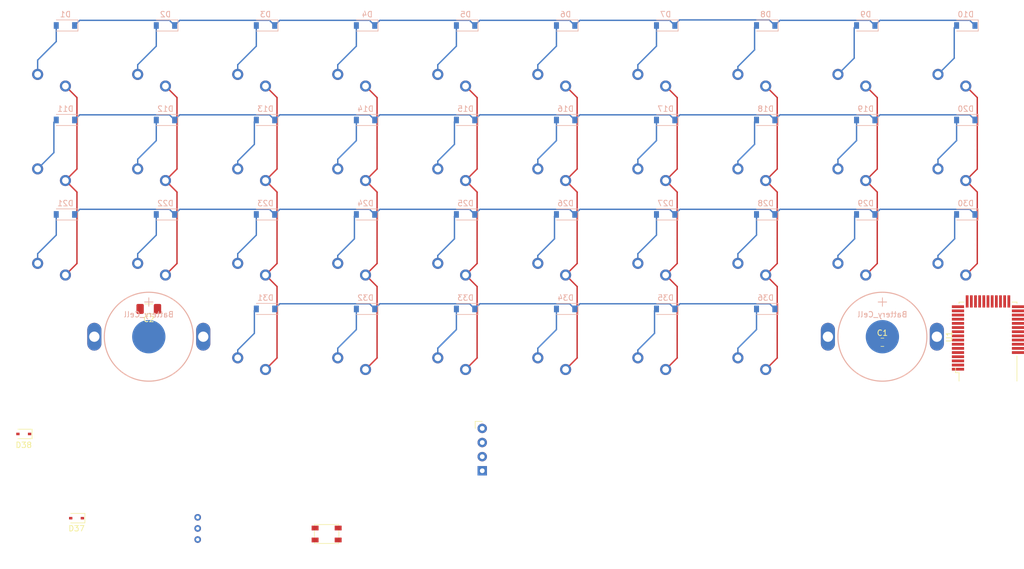
<source format=kicad_pcb>
(kicad_pcb (version 20211014) (generator pcbnew)
  (layers (0 "F.Cu" signal) (31 "B.Cu" signal) (34 "B.Paste" user) (35 "F.Paste" user) (36 "B.SilkS" user "B.Silkscreen") (37 "F.SilkS" user "F.Silkscreen") (38 "B.Mask" user) (39 "F.Mask" user) (44 "Edge.Cuts" user))
  (net 0 "")
  (net 1 "Net-(BT1-Pad1)")
  (net 2 "GND")
  (net 3 "Net-(BT2-Pad1)")
  (net 4 "VDD")
  (net 5 "Net-(C2-Pad1)")
  (net 6 "/row0")
  (net 7 "Net-(D1-Pad2)")
  (net 8 "Net-(D2-Pad2)")
  (net 9 "Net-(D3-Pad2)")
  (net 10 "Net-(D4-Pad2)")
  (net 11 "Net-(D5-Pad2)")
  (net 12 "Net-(D6-Pad2)")
  (net 13 "Net-(D7-Pad2)")
  (net 14 "Net-(D8-Pad2)")
  (net 15 "Net-(D9-Pad2)")
  (net 16 "Net-(D10-Pad2)")
  (net 17 "/row1")
  (net 18 "Net-(D11-Pad2)")
  (net 19 "Net-(D12-Pad2)")
  (net 20 "Net-(D13-Pad2)")
  (net 21 "Net-(D14-Pad2)")
  (net 22 "Net-(D15-Pad2)")
  (net 23 "Net-(D16-Pad2)")
  (net 24 "Net-(D17-Pad2)")
  (net 25 "Net-(D18-Pad2)")
  (net 26 "Net-(D19-Pad2)")
  (net 27 "Net-(D20-Pad2)")
  (net 28 "/row2")
  (net 29 "Net-(D21-Pad2)")
  (net 30 "Net-(D22-Pad2)")
  (net 31 "Net-(D23-Pad2)")
  (net 32 "Net-(D24-Pad2)")
  (net 33 "Net-(D25-Pad2)")
  (net 34 "Net-(D26-Pad2)")
  (net 35 "Net-(D27-Pad2)")
  (net 36 "Net-(D28-Pad2)")
  (net 37 "Net-(D29-Pad2)")
  (net 38 "Net-(D30-Pad2)")
  (net 39 "/row3")
  (net 40 "Net-(D31-Pad2)")
  (net 41 "Net-(D32-Pad2)")
  (net 42 "Net-(D33-Pad2)")
  (net 43 "Net-(D34-Pad2)")
  (net 44 "Net-(D35-Pad2)")
  (net 45 "Net-(D36-Pad2)")
  (net 46 "/SWDCLK")
  (net 47 "/SWDIO")
  (net 48 "/col0")
  (net 49 "/col1")
  (net 50 "/col2")
  (net 51 "/col3")
  (net 52 "/col4")
  (net 53 "/col5")
  (net 54 "/col6")
  (net 55 "/col7")
  (net 56 "/col8")
  (net 57 "/col9")
  (net 75 "Net-(SW37-Pad2)")
  (footprint "locallib:Kailh-PG1350-1u-NoLED-mod" (layer "F.Cu") (at 149 92.5)
    (fp_text reference "SW26")
    (fp_text value "SW_Push" hide)
  )
  (footprint "locallib:SW_SPST_ALPS-SKRP" (layer "F.Cu") (at 106 145)
    (fp_text reference "SW37")
    (fp_text value "SW_Push")
  )
  (footprint "locallib:Kailh-PG1350-1u-NoLED-mod" (layer "F.Cu") (at 131 92.5)
    (fp_text reference "SW25")
    (fp_text value "SW_Push" hide)
  )
  (footprint "Capacitor_SMD:C_1206_3216Metric_Pad1.33x1.80mm_HandSolder" (layer "F.Cu") (at 74 104.5 180)
    (fp_text reference "C2")
    (fp_text value "100uF")
  )
  (footprint "locallib:Kailh-PG1350-1u-NoLED-mod" (layer "F.Cu") (at 113 75.5)
    (fp_text reference "SW14")
    (fp_text value "SW_Push" hide)
  )
  (footprint "locallib:Kailh-PG1350-1u-NoLED-mod" (layer "F.Cu") (at 221 92.5)
    (fp_text reference "SW30")
    (fp_text value "SW_Push" hide)
  )
  (footprint "locallib:programming_port" (layer "F.Cu") (at 134 126)
    (fp_text reference "J1")
    (fp_text value "Conn_01x04_Female")
  )
  (footprint "locallib:Kailh-PG1350-1u-NoLED-mod" (layer "F.Cu") (at 59 75.5)
    (fp_text reference "SW11")
    (fp_text value "SW_Push" hide)
  )
  (footprint "locallib:Kailh-PG1350-1u-NoLED-mod" (layer "F.Cu") (at 167 109.5)
    (fp_text reference "SW35")
    (fp_text value "SW_Push" hide)
  )
  (footprint "locallib:Kailh-PG1350-1u-NoLED-mod" (layer "F.Cu") (at 185 109.5)
    (fp_text reference "SW36")
    (fp_text value "SW_Push" hide)
  )
  (footprint "locallib:Kailh-PG1350-1u-NoLED-mod" (layer "F.Cu") (at 77 92.5)
    (fp_text reference "SW22")
    (fp_text value "SW_Push" hide)
  )
  (footprint "locallib:Kailh-PG1350-1u-NoLED-mod" (layer "F.Cu") (at 77 58.5)
    (fp_text reference "SW2")
    (fp_text value "SW_Push" hide)
  )
  (footprint "locallib:Kailh-PG1350-1u-NoLED-mod" (layer "F.Cu") (at 59 58.5)
    (fp_text reference "SW1")
    (fp_text value "SW_Push" hide)
  )
  (footprint "locallib:Kailh-PG1350-1u-NoLED-mod" (layer "F.Cu") (at 167 58.5)
    (fp_text reference "SW7")
    (fp_text value "SW_Push" hide)
  )
  (footprint "locallib:Kailh-PG1350-1u-NoLED-mod" (layer "F.Cu") (at 131 109.5)
    (fp_text reference "SW33")
    (fp_text value "SW_Push" hide)
  )
  (footprint "locallib:Kailh-PG1350-1u-NoLED-mod" (layer "F.Cu") (at 113 109.5)
    (fp_text reference "SW32")
    (fp_text value "SW_Push" hide)
  )
  (footprint "locallib:Kailh-PG1350-1u-NoLED-mod" (layer "F.Cu") (at 221 75.5)
    (fp_text reference "SW20")
    (fp_text value "SW_Push" hide)
  )
  (footprint "locallib:Kailh-PG1350-1u-NoLED-mod" (layer "F.Cu") (at 167 92.5)
    (fp_text reference "SW27")
    (fp_text value "SW_Push" hide)
  )
  (footprint "locallib:Kailh-PG1350-1u-NoLED-mod" (layer "F.Cu") (at 149 75.5)
    (fp_text reference "SW16")
    (fp_text value "SW_Push" hide)
  )
  (footprint "locallib:Laird_BL652_LongPad" (layer "F.Cu") (at 225 109.5 90)
    (fp_text reference "U1")
    (fp_text value "BL652")
  )
  (footprint "locallib:Kailh-PG1350-1u-NoLED-mod" (layer "F.Cu") (at 203 75.5)
    (fp_text reference "SW19")
    (fp_text value "SW_Push" hide)
  )
  (footprint "locallib:Kailh-PG1350-1u-NoLED-mod" (layer "F.Cu") (at 149 109.5)
    (fp_text reference "SW34")
    (fp_text value "SW_Push" hide)
  )
  (footprint "locallib:Kailh-PG1350-1u-NoLED-mod" (layer "F.Cu") (at 95 58.5)
    (fp_text reference "SW3")
    (fp_text value "SW_Push" hide)
  )
  (footprint "locallib:Kailh-PG1350-1u-NoLED-mod" (layer "F.Cu") (at 167 75.5)
    (fp_text reference "SW17")
    (fp_text value "SW_Push" hide)
  )
  (footprint "locallib:Kailh-PG1350-1u-NoLED-mod" (layer "F.Cu") (at 131 75.5)
    (fp_text reference "SW15")
    (fp_text value "SW_Push" hide)
  )
  (footprint "locallib:Kailh-PG1350-1u-NoLED-mod" (layer "F.Cu") (at 203 92.5)
    (fp_text reference "SW29")
    (fp_text value "SW_Push" hide)
  )
  (footprint "locallib:Kailh-PG1350-1u-NoLED-mod" (layer "F.Cu") (at 149 58.5)
    (fp_text reference "SW6")
    (fp_text value "SW_Push" hide)
  )
  (footprint "locallib:Kailh-PG1350-1u-NoLED-mod" (layer "F.Cu") (at 95 92.5)
    (fp_text reference "SW23")
    (fp_text value "SW_Push" hide)
  )
  (footprint "locallib:Kailh-PG1350-1u-NoLED-mod" (layer "F.Cu") (at 95 75.5)
    (fp_text reference "SW13")
    (fp_text value "SW_Push" hide)
  )
  (footprint "locallib:Kailh-PG1350-1u-NoLED-mod" (layer "F.Cu") (at 185 92.5)
    (fp_text reference "SW28")
    (fp_text value "SW_Push" hide)
  )
  (footprint "locallib:Kailh-PG1350-1u-NoLED-mod" (layer "F.Cu") (at 113 92.5)
    (fp_text reference "SW24")
    (fp_text value "SW_Push" hide)
  )
  (footprint "Diode_SMD:D_SOD-323" (layer "F.Cu") (at 51.5 127 180)
    (fp_text reference "D38")
    (fp_text value "D_Schottky")
  )
  (footprint "locallib:slide_switch_vertical_01x03_pitch2mm" (layer "F.Cu") (at 82.8 142)
    (fp_text reference "SW38")
    (fp_text value "SW_SPDT")
  )
  (footprint "locallib:Kailh-PG1350-1u-NoLED-mod" (layer "F.Cu") (at 185 75.5)
    (fp_text reference "SW18")
    (fp_text value "SW_Push" hide)
  )
  (footprint "Diode_SMD:D_SOD-323" (layer "F.Cu") (at 61 142.15 180)
    (fp_text reference "D37")
    (fp_text value "D_Schottky")
  )
  (footprint "locallib:Kailh-PG1350-1u-NoLED-mod" (layer "F.Cu") (at 113 58.5)
    (fp_text reference "SW4")
    (fp_text value "SW_Push" hide)
  )
  (footprint "locallib:Kailh-PG1350-1u-NoLED-mod" (layer "F.Cu") (at 77 75.5)
    (fp_text reference "SW12")
    (fp_text value "SW_Push" hide)
  )
  (footprint "locallib:Kailh-PG1350-1u-NoLED-mod" (layer "F.Cu") (at 131 58.5)
    (fp_text reference "SW5")
    (fp_text value "SW_Push" hide)
  )
  (footprint "Capacitor_SMD:C_0805_2012Metric_Pad1.18x1.45mm_HandSolder" (layer "F.Cu") (at 206 110.5)
    (fp_text reference "C1")
    (fp_text value "0.1uF")
  )
  (footprint "locallib:Kailh-PG1350-1u-NoLED-mod" (layer "F.Cu") (at 203 58.5)
    (fp_text reference "SW9")
    (fp_text value "SW_Push" hide)
  )
  (footprint "locallib:Kailh-PG1350-1u-NoLED-mod" (layer "F.Cu") (at 185 58.5)
    (fp_text reference "SW8")
    (fp_text value "SW_Push" hide)
  )
  (footprint "locallib:Kailh-PG1350-1u-NoLED-mod" (layer "F.Cu") (at 59 92.5)
    (fp_text reference "SW21")
    (fp_text value "SW_Push" hide)
  )
  (footprint "locallib:Kailh-PG1350-1u-NoLED-mod" (layer "F.Cu") (at 95 109.5)
    (fp_text reference "SW31")
    (fp_text value "SW_Push" hide)
  )
  (footprint "locallib:Kailh-PG1350-1u-NoLED-mod" (layer "F.Cu") (at 221 58.5)
    (fp_text reference "SW10")
    (fp_text value "SW_Push" hide)
  )
  (footprint "Diode_SMD:D_SOD-123" (layer "B.Cu") (at 77 70.5 180)
    (fp_text reference "D12")
    (fp_text value "1N4148W")
  )
  (footprint "Diode_SMD:D_SOD-123" (layer "B.Cu") (at 167 87.5 180)
    (fp_text reference "D27")
    (fp_text value "1N4148W")
  )
  (footprint "Diode_SMD:D_SOD-123" (layer "B.Cu") (at 59 53.5 180)
    (fp_text reference "D1")
    (fp_text value "1N4148W")
  )
  (footprint "Diode_SMD:D_SOD-123" (layer "B.Cu") (at 149 53.5 180)
    (fp_text reference "D6")
    (fp_text value "1N4148W")
  )
  (footprint "Diode_SMD:D_SOD-123" (layer "B.Cu") (at 95 87.5 180)
    (fp_text reference "D23")
    (fp_text value "1N4148W")
  )
  (footprint "Diode_SMD:D_SOD-123" (layer "B.Cu") (at 203 87.5 180)
    (fp_text reference "D29")
    (fp_text value "1N4148W")
  )
  (footprint "Diode_SMD:D_SOD-123" (layer "B.Cu") (at 149 104.5 180)
    (fp_text reference "D34")
    (fp_text value "1N4148W")
  )
  (footprint "Diode_SMD:D_SOD-123" (layer "B.Cu") (at 149 70.5 180)
    (fp_text reference "D16")
    (fp_text value "1N4148W")
  )
  (footprint "Diode_SMD:D_SOD-123" (layer "B.Cu") (at 185 53.5 180)
    (fp_text reference "D8")
    (fp_text value "1N4148W")
  )
  (footprint "Diode_SMD:D_SOD-123" (layer "B.Cu") (at 185 87.5 180)
    (fp_text reference "D28")
    (fp_text value "1N4148W")
  )
  (footprint "Diode_SMD:D_SOD-123" (layer "B.Cu") (at 167 53.5 180)
    (fp_text reference "D7")
    (fp_text value "1N4148W")
  )
  (footprint "Diode_SMD:D_SOD-123" (layer "B.Cu") (at 167 104.5 180)
    (fp_text reference "D35")
    (fp_text value "1N4148W")
  )
  (footprint "Diode_SMD:D_SOD-123" (layer "B.Cu") (at 131 104.5 180)
    (fp_text reference "D33")
    (fp_text value "1N4148W")
  )
  (footprint "Diode_SMD:D_SOD-123" (layer "B.Cu") (at 185 104.5 180)
    (fp_text reference "D36")
    (fp_text value "1N4148W")
  )
  (footprint "locallib:CR1632-case" (layer "B.Cu") (at 74 109.5 180)
    (fp_text reference "BT1")
    (fp_text value "Battery_Cell")
  )
  (footprint "Diode_SMD:D_SOD-123" (layer "B.Cu") (at 77 53.5 180)
    (fp_text reference "D2")
    (fp_text value "1N4148W")
  )
  (footprint "Diode_SMD:D_SOD-123" (layer "B.Cu") (at 185 70.5 180)
    (fp_text reference "D18")
    (fp_text value "1N4148W")
  )
  (footprint "Diode_SMD:D_SOD-123" (layer "B.Cu") (at 95 104.5 180)
    (fp_text reference "D31")
    (fp_text value "1N4148W")
  )
  (footprint "Diode_SMD:D_SOD-123" (layer "B.Cu") (at 113 87.5 180)
    (fp_text reference "D24")
    (fp_text value "1N4148W")
  )
  (footprint "Diode_SMD:D_SOD-123" (layer "B.Cu") (at 113 53.5 180)
    (fp_text reference "D4")
    (fp_text value "1N4148W")
  )
  (footprint "Diode_SMD:D_SOD-123" (layer "B.Cu") (at 95 70.5 180)
    (fp_text reference "D13")
    (fp_text value "1N4148W")
  )
  (footprint "Diode_SMD:D_SOD-123" (layer "B.Cu") (at 95 53.5 180)
    (fp_text reference "D3")
    (fp_text value "1N4148W")
  )
  (footprint "Diode_SMD:D_SOD-123" (layer "B.Cu") (at 77 87.5 180)
    (fp_text reference "D22")
    (fp_text value "1N4148W")
  )
  (footprint "Diode_SMD:D_SOD-123" (layer "B.Cu") (at 149 87.5 180)
    (fp_text reference "D26")
    (fp_text value "1N4148W")
  )
  (footprint "Diode_SMD:D_SOD-123" (layer "B.Cu") (at 59 87.5 180)
    (fp_text reference "D21")
    (fp_text value "1N4148W")
  )
  (footprint "Diode_SMD:D_SOD-123" (layer "B.Cu") (at 131 53.5 180)
    (fp_text reference "D5")
    (fp_text value "1N4148W")
  )
  (footprint "Diode_SMD:D_SOD-123" (layer "B.Cu") (at 167 70.5 180)
    (fp_text reference "D17")
    (fp_text value "1N4148W")
  )
  (footprint "locallib:CR1632-case" (layer "B.Cu") (at 206 109.5 180)
    (fp_text reference "BT2")
    (fp_text value "Battery_Cell")
  )
  (footprint "Diode_SMD:D_SOD-123" (layer "B.Cu") (at 221 53.5 180)
    (fp_text reference "D10")
    (fp_text value "1N4148W")
  )
  (footprint "Diode_SMD:D_SOD-123" (layer "B.Cu") (at 131 87.5 180)
    (fp_text reference "D25")
    (fp_text value "1N4148W")
  )
  (footprint "Diode_SMD:D_SOD-123" (layer "B.Cu") (at 203 53.5 180)
    (fp_text reference "D9")
    (fp_text value "1N4148W")
  )
  (footprint "Diode_SMD:D_SOD-123" (layer "B.Cu") (at 221 87.5 180)
    (fp_text reference "D30")
    (fp_text value "1N4148W")
  )
  (footprint "Diode_SMD:D_SOD-123" (layer "B.Cu") (at 131 70.5 180)
    (fp_text reference "D15")
    (fp_text value "1N4148W")
  )
  (footprint "Diode_SMD:D_SOD-123" (layer "B.Cu") (at 203 70.5 180)
    (fp_text reference "D19")
    (fp_text value "1N4148W")
  )
  (footprint "Diode_SMD:D_SOD-123" (layer "B.Cu") (at 59 70.5 180)
    (fp_text reference "D11")
    (fp_text value "1N4148W")
  )
  (footprint "Diode_SMD:D_SOD-123" (layer "B.Cu") (at 113 70.5 180)
    (fp_text reference "D14")
    (fp_text value "1N4148W")
  )
  (footprint "Diode_SMD:D_SOD-123" (layer "B.Cu") (at 221 70.5 180)
    (fp_text reference "D20")
    (fp_text value "1N4148W")
  )
  (footprint "Diode_SMD:D_SOD-123" (layer "B.Cu") (at 113 104.5 180)
    (fp_text reference "D32")
    (fp_text value "1N4148W")
  )
  (segment (start 61.574511 52.575489) (end 77.725489 52.575489) (width 0.25) (layer "B.Cu") (net 6))
  (segment (start 131.725489 52.575489) (end 132.65 53.5) (width 0.25) (layer "B.Cu") (net 6))
  (segment (start 115.574511 52.575489) (end 131.725489 52.575489) (width 0.25) (layer "B.Cu") (net 6))
  (segment (start 150.65 53.5) (end 151.574511 52.575489) (width 0.25) (layer "B.Cu") (net 6))
  (segment (start 186.65 53.5) (end 187.574511 52.575489) (width 0.25) (layer "B.Cu") (net 6))
  (segment (start 113.725489 52.575489) (end 114.65 53.5) (width 0.25) (layer "B.Cu") (net 6))
  (segment (start 187.574511 52.575489) (end 203.725489 52.575489) (width 0.25) (layer "B.Cu") (net 6))
  (segment (start 169.5 52.5) (end 185.65 52.5) (width 0.25) (layer "B.Cu") (net 6))
  (segment (start 97.574511 52.575489) (end 113.725489 52.575489) (width 0.25) (layer "B.Cu") (net 6))
  (segment (start 78.65 53.5) (end 79.574511 52.575489) (width 0.25) (layer "B.Cu") (net 6))
  (segment (start 149.725489 52.575489) (end 150.65 53.5) (width 0.25) (layer "B.Cu") (net 6))
  (segment (start 205.574511 52.575489) (end 221.725489 52.575489) (width 0.25) (layer "B.Cu") (net 6))
  (segment (start 168.65 53.35) (end 169.5 52.5) (width 0.25) (layer "B.Cu") (net 6))
  (segment (start 77.725489 52.575489) (end 78.65 53.5) (width 0.25) (layer "B.Cu") (net 6))
  (segment (start 96.65 53.5) (end 97.574511 52.575489) (width 0.25) (layer "B.Cu") (net 6))
  (segment (start 60.65 53.5) (end 61.574511 52.575489) (width 0.25) (layer "B.Cu") (net 6))
  (segment (start 151.574511 52.575489) (end 167.725489 52.575489) (width 0.25) (layer "B.Cu") (net 6))
  (segment (start 114.65 53.5) (end 115.574511 52.575489) (width 0.25) (layer "B.Cu") (net 6))
  (segment (start 167.725489 52.575489) (end 168.65 53.5) (width 0.25) (layer "B.Cu") (net 6))
  (segment (start 168.65 53.5) (end 168.65 53.35) (width 0.25) (layer "B.Cu") (net 6))
  (segment (start 203.725489 52.575489) (end 204.65 53.5) (width 0.25) (layer "B.Cu") (net 6))
  (segment (start 204.65 53.5) (end 205.574511 52.575489) (width 0.25) (layer "B.Cu") (net 6))
  (segment (start 185.65 52.5) (end 186.65 53.5) (width 0.25) (layer "B.Cu") (net 6))
  (segment (start 95.725489 52.575489) (end 96.65 53.5) (width 0.25) (layer "B.Cu") (net 6))
  (segment (start 79.574511 52.575489) (end 95.725489 52.575489) (width 0.25) (layer "B.Cu") (net 6))
  (segment (start 132.65 53.5) (end 133.574511 52.575489) (width 0.25) (layer "B.Cu") (net 6))
  (segment (start 133.574511 52.575489) (end 149.725489 52.575489) (width 0.25) (layer "B.Cu") (net 6))
  (segment (start 221.725489 52.575489) (end 222.65 53.5) (width 0.25) (layer "B.Cu") (net 6))
  (segment (start 57.35 56.381735) (end 54 59.731735) (width 0.25) (layer "B.Cu") (net 7))
  (segment (start 54 59.731735) (end 54 62.3) (width 0.25) (layer "B.Cu") (net 7))
  (segment (start 57.35 53.5) (end 57.35 56.381735) (width 0.25) (layer "B.Cu") (net 7))
  (segment (start 72 62.3) (end 72 60.566183) (width 0.25) (layer "B.Cu") (net 8))
  (segment (start 75.35 57.216183) (end 75.35 53.5) (width 0.25) (layer "B.Cu") (net 8))
  (segment (start 72 60.566183) (end 75.35 57.216183) (width 0.25) (layer "B.Cu") (net 8))
  (segment (start 90 62.3) (end 90 60.566183) (width 0.25) (layer "B.Cu") (net 9))
  (segment (start 93.35 57.216183) (end 93.35 53.5) (width 0.25) (layer "B.Cu") (net 9))
  (segment (start 90 60.566183) (end 93.35 57.216183) (width 0.25) (layer "B.Cu") (net 9))
  (segment (start 108 62.3) (end 108 60.566183) (width 0.25) (layer "B.Cu") (net 10))
  (segment (start 108 60.566183) (end 111.35 57.216183) (width 0.25) (layer "B.Cu") (net 10))
  (segment (start 111.35 57.216183) (end 111.35 53.5) (width 0.25) (layer "B.Cu") (net 10))
  (segment (start 126 62.3) (end 126 60.566183) (width 0.25) (layer "B.Cu") (net 11))
  (segment (start 129.35 57.216183) (end 129.35 53.5) (width 0.25) (layer "B.Cu") (net 11))
  (segment (start 126 60.566183) (end 129.35 57.216183) (width 0.25) (layer "B.Cu") (net 11))
  (segment (start 144 60.566183) (end 147.35 57.216183) (width 0.25) (layer "B.Cu") (net 12))
  (segment (start 144 62.3) (end 144 60.566183) (width 0.25) (layer "B.Cu") (net 12))
  (segment (start 147.35 57.216183) (end 147.35 53.5) (width 0.25) (layer "B.Cu") (net 12))
  (segment (start 165.35 57.216183) (end 165.35 53.5) (width 0.25) (layer "B.Cu") (net 13))
  (segment (start 162 60.566183) (end 165.35 57.216183) (width 0.25) (layer "B.Cu") (net 13))
  (segment (start 162 62.3) (end 162 60.566183) (width 0.25) (layer "B.Cu") (net 13))
  (segment (start 183 57.885787) (end 183 53.85) (width 0.25) (layer "B.Cu") (net 14))
  (segment (start 180 62.3) (end 180 60.885787) (width 0.25) (layer "B.Cu") (net 14))
  (segment (start 180 60.885787) (end 183 57.885787) (width 0.25) (layer "B.Cu") (net 14))
  (segment (start 183 53.85) (end 183.35 53.5) (width 0.25) (layer "B.Cu") (net 14))
  (segment (start 200.925479 53.924521) (end 200.925479 59.374521) (width 0.25) (layer "B.Cu") (net 15))
  (segment (start 201.35 53.5) (end 200.925479 53.924521) (width 0.25) (layer "B.Cu") (net 15))
  (segment (start 200.925479 59.374521) (end 198 62.3) (width 0.25) (layer "B.Cu") (net 15))
  (segment (start 218.925479 53.924521) (end 218.925479 59.374521) (width 0.25) (layer "B.Cu") (net 16))
  (segment (start 219.35 53.5) (end 218.925479 53.924521) (width 0.25) (layer "B.Cu") (net 16))
  (segment (start 218.925479 59.374521) (end 216 62.3) (width 0.25) (layer "B.Cu") (net 16))
  (segment (start 60.65 70.5) (end 61.574511 69.575489) (width 0.25) (layer "B.Cu") (net 17))
  (segment (start 113.725489 69.575489) (end 114.65 70.5) (width 0.25) (layer "B.Cu") (net 17))
  (segment (start 78.65 70.5) (end 79.574511 69.575489) (width 0.25) (layer "B.Cu") (net 17))
  (segment (start 169.574511 69.575489) (end 185.725489 69.575489) (width 0.25) (layer "B.Cu") (net 17))
  (segment (start 132.65 70.5) (end 133.574511 69.575489) (width 0.25) (layer "B.Cu") (net 17))
  (segment (start 185.725489 69.575489) (end 186.65 70.5) (width 0.25) (layer "B.Cu") (net 17))
  (segment (start 131.725489 69.575489) (end 132.65 70.5) (width 0.25) (layer "B.Cu") (net 17))
  (segment (start 221.725489 69.575489) (end 222.65 70.5) (width 0.25) (layer "B.Cu") (net 17))
  (segment (start 95.725489 69.575489) (end 96.65 70.5) (width 0.25) (layer "B.Cu") (net 17))
  (segment (start 149.725489 69.575489) (end 150.65 70.5) (width 0.25) (layer "B.Cu") (net 17))
  (segment (start 167.725489 69.575489) (end 151.574511 69.575489) (width 0.25) (layer "B.Cu") (net 17))
  (segment (start 168.65 70.5) (end 167.725489 69.575489) (width 0.25) (layer "B.Cu") (net 17))
  (segment (start 96.65 70.5) (end 97.574511 69.575489) (width 0.25) (layer "B.Cu") (net 17))
  (segment (start 133.574511 69.575489) (end 149.725489 69.575489) (width 0.25) (layer "B.Cu") (net 17))
  (segment (start 186.65 70.5) (end 187.574511 69.575489) (width 0.25) (layer "B.Cu") (net 17))
  (segment (start 97.574511 69.575489) (end 113.725489 69.575489) (width 0.25) (layer "B.Cu") (net 17))
  (segment (start 203.725489 69.575489) (end 204.65 70.5) (width 0.25) (layer "B.Cu") (net 17))
  (segment (start 204.65 70.5) (end 205.574511 69.575489) (width 0.25) (layer "B.Cu") (net 17))
  (segment (start 115.574511 69.575489) (end 131.725489 69.575489) (width 0.25) (layer "B.Cu") (net 17))
  (segment (start 114.65 70.5) (end 115.574511 69.575489) (width 0.25) (layer "B.Cu") (net 17))
  (segment (start 77.725489 69.575489) (end 78.65 70.5) (width 0.25) (layer "B.Cu") (net 17))
  (segment (start 187.574511 69.575489) (end 203.725489 69.575489) (width 0.25) (layer "B.Cu") (net 17))
  (segment (start 79.574511 69.575489) (end 95.725489 69.575489) (width 0.25) (layer "B.Cu") (net 17))
  (segment (start 168.65 70.5) (end 169.574511 69.575489) (width 0.25) (layer "B.Cu") (net 17))
  (segment (start 150.65 70.5) (end 151.574511 69.575489) (width 0.25) (layer "B.Cu") (net 17))
  (segment (start 205.574511 69.575489) (end 221.725489 69.575489) (width 0.25) (layer "B.Cu") (net 17))
  (segment (start 61.574511 69.575489) (end 77.725489 69.575489) (width 0.25) (layer "B.Cu") (net 17))
  (segment (start 56.925479 76.374521) (end 54 79.3) (width 0.25) (layer "B.Cu") (net 18))
  (segment (start 56.925479 70.924521) (end 56.925479 76.374521) (width 0.25) (layer "B.Cu") (net 18))
  (segment (start 57.35 70.5) (end 56.925479 70.924521) (width 0.25) (layer "B.Cu") (net 18))
  (segment (start 75.35 74.216183) (end 75.35 70.5) (width 0.25) (layer "B.Cu") (net 19))
  (segment (start 72 77.566183) (end 75.35 74.216183) (width 0.25) (layer "B.Cu") (net 19))
  (segment (start 72 79.3) (end 72 77.566183) (width 0.25) (layer "B.Cu") (net 19))
  (segment (start 93 74.885787) (end 93 70.85) (width 0.25) (layer "B.Cu") (net 20))
  (segment (start 93 70.85) (end 93.35 70.5) (width 0.25) (layer "B.Cu") (net 20))
  (segment (start 90 77.885787) (end 93 74.885787) (width 0.25) (layer "B.Cu") (net 20))
  (segment (start 90 79.3) (end 90 77.885787) (width 0.25) (layer "B.Cu") (net 20))
  (segment (start 108 79.3) (end 108 77.566183) (width 0.25) (layer "B.Cu") (net 21))
  (segment (start 111.35 74.216183) (end 111.35 70.5) (width 0.25) (layer "B.Cu") (net 21))
  (segment (start 108 77.566183) (end 111.35 74.216183) (width 0.25) (layer "B.Cu") (net 21))
  (segment (start 126 77.885787) (end 129 74.885787) (width 0.25) (layer "B.Cu") (net 22))
  (segment (start 126 79.3) (end 126 77.885787) (width 0.25) (layer "B.Cu") (net 22))
  (segment (start 129 70.85) (end 129.35 70.5) (width 0.25) (layer "B.Cu") (net 22))
  (segment (start 129 74.885787) (end 129 70.85) (width 0.25) (layer "B.Cu") (net 22))
  (segment (start 144 77.566183) (end 147.35 74.216183) (width 0.25) (layer "B.Cu") (net 23))
  (segment (start 144 79.3) (end 144 77.566183) (width 0.25) (layer "B.Cu") (net 23))
  (segment (start 147.35 74.216183) (end 147.35 70.5) (width 0.25) (layer "B.Cu") (net 23))
  (segment (start 162 79.3) (end 162 77.566183) (width 0.25) (layer "B.Cu") (net 24))
  (segment (start 165.35 74.216183) (end 165.35 70.5) (width 0.25) (layer "B.Cu") (net 24))
  (segment (start 162 77.566183) (end 165.35 74.216183) (width 0.25) (layer "B.Cu") (net 24))
  (segment (start 183 70.85) (end 183.35 70.5) (width 0.25) (layer "B.Cu") (net 25))
  (segment (start 180 77.885787) (end 183 74.885787) (width 0.25) (layer "B.Cu") (net 25))
  (segment (start 183 74.885787) (end 183 70.85) (width 0.25) (layer "B.Cu") (net 25))
  (segment (start 180 79.3) (end 180 77.885787) (width 0.25) (layer "B.Cu") (net 25))
  (segment (start 201.35 74.216183) (end 201.35 70.5) (width 0.25) (layer "B.Cu") (net 26))
  (segment (start 198 79.3) (end 198 77.566183) (width 0.25) (layer "B.Cu") (net 26))
  (segment (start 198 77.566183) (end 201.35 74.216183) (width 0.25) (layer "B.Cu") (net 26))
  (segment (start 219.35 74.216183) (end 219.35 70.5) (width 0.25) (layer "B.Cu") (net 27))
  (segment (start 216 77.566183) (end 219.35 74.216183) (width 0.25) (layer "B.Cu") (net 27))
  (segment (start 216 79.3) (end 216 77.566183) (width 0.25) (layer "B.Cu") (net 27))
  (segment (start 186.65 87.5) (end 185.725489 86.575489) (width 0.25) (layer "B.Cu") (net 28))
  (segment (start 151.574511 86.575489) (end 150.65 87.5) (width 0.25) (layer "B.Cu") (net 28))
  (segment (start 132.65 87.5) (end 131.725489 86.575489) (width 0.25) (layer "B.Cu") (net 28))
  (segment (start 77.725489 86.575489) (end 61.574511 86.575489) (width 0.25) (layer "B.Cu") (net 28))
  (segment (start 169.574511 86.575489) (end 168.65 87.5) (width 0.25) (layer "B.Cu") (net 28))
  (segment (start 96.65 87.5) (end 95.725489 86.575489) (width 0.25) (layer "B.Cu") (net 28))
  (segment (start 149.725489 86.575489) (end 133.574511 86.575489) (width 0.25) (layer "B.Cu") (net 28))
  (segment (start 97.574511 86.575489) (end 96.65 87.5) (width 0.25) (layer "B.Cu") (net 28))
  (segment (start 79.574511 86.575489) (end 78.65 87.5) (width 0.25) (layer "B.Cu") (net 28))
  (segment (start 204.65 87.5) (end 203.725489 86.575489) (width 0.25) (layer "B.Cu") (net 28))
  (segment (start 114.65 87.5) (end 113.725489 86.575489) (width 0.25) (layer "B.Cu") (net 28))
  (segment (start 203.725489 86.575489) (end 187.574511 86.575489) (width 0.25) (layer "B.Cu") (net 28))
  (segment (start 115.574511 86.575489) (end 114.65 87.5) (width 0.25) (layer "B.Cu") (net 28))
  (segment (start 185.725489 86.575489) (end 169.574511 86.575489) (width 0.25) (layer "B.Cu") (net 28))
  (segment (start 167.725489 86.575489) (end 151.574511 86.575489) (width 0.25) (layer "B.Cu") (net 28))
  (segment (start 187.574511 86.575489) (end 186.65 87.5) (width 0.25) (layer "B.Cu") (net 28))
  (segment (start 131.725489 86.575489) (end 115.574511 86.575489) (width 0.25) (layer "B.Cu") (net 28))
  (segment (start 205.574511 86.575489) (end 204.65 87.5) (width 0.25) (layer "B.Cu") (net 28))
  (segment (start 168.65 87.5) (end 167.725489 86.575489) (width 0.25) (layer "B.Cu") (net 28))
  (segment (start 78.65 87.5) (end 77.725489 86.575489) (width 0.25) (layer "B.Cu") (net 28))
  (segment (start 113.725489 86.575489) (end 97.574511 86.575489) (width 0.25) (layer "B.Cu") (net 28))
  (segment (start 150.65 87.5) (end 149.725489 86.575489) (width 0.25) (layer "B.Cu") (net 28))
  (segment (start 95.725489 86.575489) (end 79.574511 86.575489) (width 0.25) (layer "B.Cu") (net 28))
  (segment (start 133.574511 86.575489) (end 132.65 87.5) (width 0.25) (layer "B.Cu") (net 28))
  (segment (start 221.725489 86.575489) (end 205.574511 86.575489) (width 0.25) (layer "B.Cu") (net 28))
  (segment (start 222.65 87.5) (end 221.725489 86.575489) (width 0.25) (layer "B.Cu") (net 28))
  (segment (start 61.574511 86.575489) (end 60.65 87.5) (width 0.25) (layer "B.Cu") (net 28))
  (segment (start 57.35 91.216183) (end 57.35 87.5) (width 0.25) (layer "B.Cu") (net 29))
  (segment (start 54 96.3) (end 54 94.566183) (width 0.25) (layer "B.Cu") (net 29))
  (segment (start 54 94.566183) (end 57.35 91.216183) (width 0.25) (layer "B.Cu") (net 29))
  (segment (start 72 96.3) (end 72 94.566183) (width 0.25) (layer "B.Cu") (net 30))
  (segment (start 72 94.566183) (end 75.35 91.216183) (width 0.25) (layer "B.Cu") (net 30))
  (segment (start 75.35 91.216183) (end 75.35 87.5) (width 0.25) (layer "B.Cu") (net 30))
  (segment (start 90 94.566183) (end 93.35 91.216183) (width 0.25) (layer "B.Cu") (net 31))
  (segment (start 93.35 91.216183) (end 93.35 87.5) (width 0.25) (layer "B.Cu") (net 31))
  (segment (start 90 96.3) (end 90 94.566183) (width 0.25) (layer "B.Cu") (net 31))
  (segment (start 108 94.885787) (end 111 91.885787) (width 0.25) (layer "B.Cu") (net 32))
  (segment (start 108 96.3) (end 108 94.885787) (width 0.25) (layer "B.Cu") (net 32))
  (segment (start 111 91.885787) (end 111 87.85) (width 0.25) (layer "B.Cu") (net 32))
  (segment (start 111 87.85) (end 111.35 87.5) (width 0.25) (layer "B.Cu") (net 32))
  (segment (start 129 87.85) (end 129.35 87.5) (width 0.25) (layer "B.Cu") (net 33))
  (segment (start 129 91.885787) (end 129 87.85) (width 0.25) (layer "B.Cu") (net 33))
  (segment (start 126 94.885787) (end 129 91.885787) (width 0.25) (layer "B.Cu") (net 33))
  (segment (start 126 96.3) (end 126 94.885787) (width 0.25) (layer "B.Cu") (net 33))
  (segment (start 147 87.85) (end 147.35 87.5) (width 0.25) (layer "B.Cu") (net 34))
  (segment (start 147 91.885787) (end 147 87.85) (width 0.25) (layer "B.Cu") (net 34))
  (segment (start 144 96.3) (end 144 94.885787) (width 0.25) (layer "B.Cu") (net 34))
  (segment (start 144 94.885787) (end 147 91.885787) (width 0.25) (layer "B.Cu") (net 34))
  (segment (start 165.35 91.216183) (end 165.35 87.5) (width 0.25) (layer "B.Cu") (net 35))
  (segment (start 162 96.3) (end 162 94.566183) (width 0.25) (layer "B.Cu") (net 35))
  (segment (start 162 94.566183) (end 165.35 91.216183) (width 0.25) (layer "B.Cu") (net 35))
  (segment (start 180 96.3) (end 180 94.566183) (width 0.25) (layer "B.Cu") (net 36))
  (segment (start 180 94.566183) (end 183.35 91.216183) (width 0.25) (layer "B.Cu") (net 36))
  (segment (start 183.35 91.216183) (end 183.35 87.5) (width 0.25) (layer "B.Cu") (net 36))
  (segment (start 201 91.885787) (end 201 87.85) (width 0.25) (layer "B.Cu") (net 37))
  (segment (start 198 96.3) (end 198 94.885787) (width 0.25) (layer "B.Cu") (net 37))
  (segment (start 198 94.885787) (end 201 91.885787) (width 0.25) (layer "B.Cu") (net 37))
  (segment (start 201 87.85) (end 201.35 87.5) (width 0.25) (layer "B.Cu") (net 37))
  (segment (start 216 94.885787) (end 219 91.885787) (width 0.25) (layer "B.Cu") (net 38))
  (segment (start 219 91.885787) (end 219 87.85) (width 0.25) (layer "B.Cu") (net 38))
  (segment (start 219 87.85) (end 219.35 87.5) (width 0.25) (layer "B.Cu") (net 38))
  (segment (start 216 96.3) (end 216 94.885787) (width 0.25) (layer "B.Cu") (net 38))
  (segment (start 167.725489 103.575489) (end 168.65 104.5) (width 0.25) (layer "B.Cu") (net 39))
  (segment (start 132.65 104.5) (end 133.574511 103.575489) (width 0.25) (layer "B.Cu") (net 39))
  (segment (start 133.574511 103.575489) (end 149.725489 103.575489) (width 0.25) (layer "B.Cu") (net 39))
  (segment (start 114.65 104.5) (end 115.574511 103.575489) (width 0.25) (layer "B.Cu") (net 39))
  (segment (start 96.65 104.5) (end 97.574511 103.575489) (width 0.25) (layer "B.Cu") (net 39))
  (segment (start 169.574511 103.575489) (end 168.65 104.5) (width 0.25) (layer "B.Cu") (net 39))
  (segment (start 151.574511 103.575489) (end 167.725489 103.575489) (width 0.25) (layer "B.Cu") (net 39))
  (segment (start 115.574511 103.575489) (end 131.725489 103.575489) (width 0.25) (layer "B.Cu") (net 39))
  (segment (start 150.65 104.5) (end 151.574511 103.575489) (width 0.25) (layer "B.Cu") (net 39))
  (segment (start 185.725489 103.575489) (end 169.574511 103.575489) (width 0.25) (layer "B.Cu") (net 39))
  (segment (start 97.574511 103.575489) (end 113.725489 103.575489) (width 0.25) (layer "B.Cu") (net 39))
  (segment (start 186.65 104.5) (end 185.725489 103.575489) (width 0.25) (layer "B.Cu") (net 39))
  (segment (start 149.725489 103.575489) (end 150.65 104.5) (width 0.25) (layer "B.Cu") (net 39))
  (segment (start 113.725489 103.575489) (end 114.65 104.5) (width 0.25) (layer "B.Cu") (net 39))
  (segment (start 131.725489 103.575489) (end 132.65 104.5) (width 0.25) (layer "B.Cu") (net 39))
  (segment (start 90 111.885787) (end 93 108.885787) (width 0.25) (layer "B.Cu") (net 40))
  (segment (start 93 104.85) (end 93.35 104.5) (width 0.25) (layer "B.Cu") (net 40))
  (segment (start 90 113.3) (end 90 111.885787) (width 0.25) (layer "B.Cu") (net 40))
  (segment (start 93 108.885787) (end 93 104.85) (width 0.25) (layer "B.Cu") (net 40))
  (segment (start 108 111.566183) (end 111.35 108.216183) (width 0.25) (layer "B.Cu") (net 41))
  (segment (start 111.35 108.216183) (end 111.35 104.5) (width 0.25) (layer "B.Cu") (net 41))
  (segment (start 108 113.3) (end 108 111.566183) (width 0.25) (layer "B.Cu") (net 41))
  (segment (start 126 111.566183) (end 129.35 108.216183) (width 0.25) (layer "B.Cu") (net 42))
  (segment (start 129.35 108.216183) (end 129.35 104.5) (width 0.25) (layer "B.Cu") (net 42))
  (segment (start 126 113.3) (end 126 111.566183) (width 0.25) (layer "B.Cu") (net 42))
  (segment (start 126 111.566183) (end 129 108.566183) (width 0.25) (layer "B.Cu") (net 42))
  (segment (start 144 113.3) (end 144 111.566183) (width 0.25) (layer "B.Cu") (net 43))
  (segment (start 147.35 108.216183) (end 147.35 104.5) (width 0.25) (layer "B.Cu") (net 43))
  (segment (start 144 111.566183) (end 147.35 108.216183) (width 0.25) (layer "B.Cu") (net 43))
  (segment (start 162 111.885787) (end 165 108.885787) (width 0.25) (layer "B.Cu") (net 44))
  (segment (start 165 104.85) (end 165.35 104.5) (width 0.25) (layer "B.Cu") (net 44))
  (segment (start 165 108.885787) (end 165 104.85) (width 0.25) (layer "B.Cu") (net 44))
  (segment (start 162 113.3) (end 162 111.885787) (width 0.25) (layer "B.Cu") (net 44))
  (segment (start 183.35 108.216183) (end 180 111.566183) (width 0.25) (layer "B.Cu") (net 45))
  (segment (start 180 111.566183) (end 180 113.3) (width 0.25) (layer "B.Cu") (net 45))
  (segment (start 183.35 104.5) (end 183.35 108.216183) (width 0.25) (layer "B.Cu") (net 45))
  (segment (start 61.074521 66.474521) (end 61.074521 79.325479) (width 0.25) (layer "F.Cu") (net 48))
  (segment (start 59 64.4) (end 61.074521 66.474521) (width 0.25) (layer "F.Cu") (net 48))
  (segment (start 61.074521 96.325479) (end 59 98.4) (width 0.25) (layer "F.Cu") (net 48))
  (segment (start 61.074521 83.474521) (end 61.074521 96.325479) (width 0.25) (layer "F.Cu") (net 48))
  (segment (start 59 81.4) (end 61.074521 83.474521) (width 0.25) (layer "F.Cu") (net 48))
  (segment (start 61.074521 79.325479) (end 59 81.4) (width 0.25) (layer "F.Cu") (net 48))
  (segment (start 79.074521 83.474521) (end 79.074521 96.325479) (width 0.25) (layer "F.Cu") (net 49))
  (segment (start 77 64.4) (end 79.074521 66.474521) (width 0.25) (layer "F.Cu") (net 49))
  (segment (start 79.074521 79.325479) (end 77 81.4) (width 0.25) (layer "F.Cu") (net 49))
  (segment (start 79.074521 66.474521) (end 79.074521 79.325479) (width 0.25) (layer "F.Cu") (net 49))
  (segment (start 77 81.4) (end 79.074521 83.474521) (width 0.25) (layer "F.Cu") (net 49))
  (segment (start 79.074521 96.325479) (end 77 98.4) (width 0.25) (layer "F.Cu") (net 49))
  (segment (start 97.074521 96.325479) (end 95 98.4) (width 0.25) (layer "F.Cu") (net 50))
  (segment (start 95 98.4) (end 97.074521 100.474521) (width 0.25) (layer "F.Cu") (net 50))
  (segment (start 97.074521 83.474521) (end 97.074521 96.325479) (width 0.25) (layer "F.Cu") (net 50))
  (segment (start 97.074521 79.325479) (end 95 81.4) (width 0.25) (layer "F.Cu") (net 50))
  (segment (start 95 64.4) (end 97.074521 66.474521) (width 0.25) (layer "F.Cu") (net 50))
  (segment (start 97.074521 66.474521) (end 97.074521 79.325479) (width 0.25) (layer "F.Cu") (net 50))
  (segment (start 97.074521 100.474521) (end 97.074521 113.325479) (width 0.25) (layer "F.Cu") (net 50))
  (segment (start 95 81.4) (end 97.074521 83.474521) (width 0.25) (layer "F.Cu") (net 50))
  (segment (start 97.074521 113.325479) (end 95 115.4) (width 0.25) (layer "F.Cu") (net 50))
  (segment (start 115.074521 100.474521) (end 115.074521 113.325479) (width 0.25) (layer "F.Cu") (net 51))
  (segment (start 115.074521 79.325479) (end 113 81.4) (width 0.25) (layer "F.Cu") (net 51))
  (segment (start 115.074521 96.325479) (end 113 98.4) (width 0.25) (layer "F.Cu") (net 51))
  (segment (start 115.074521 83.474521) (end 115.074521 96.325479) (width 0.25) (layer "F.Cu") (net 51))
  (segment (start 113 64.4) (end 115.074521 66.474521) (width 0.25) (layer "F.Cu") (net 51))
  (segment (start 113 98.4) (end 115.074521 100.474521) (width 0.25) (layer "F.Cu") (net 51))
  (segment (start 113 81.4) (end 115.074521 83.474521) (width 0.25) (layer "F.Cu") (net 51))
  (segment (start 115.074521 113.325479) (end 113 115.4) (width 0.25) (layer "F.Cu") (net 51))
  (segment (start 115.074521 66.474521) (end 115.074521 79.325479) (width 0.25) (layer "F.Cu") (net 51))
  (segment (start 133.074521 83.474521) (end 133.074521 96.325479) (width 0.25) (layer "F.Cu") (net 52))
  (segment (start 133.074521 100.474521) (end 133.074521 113.325479) (width 0.25) (layer "F.Cu") (net 52))
  (segment (start 133.074521 79.325479) (end 131 81.4) (width 0.25) (layer "F.Cu") (net 52))
  (segment (start 133.074521 96.325479) (end 131 98.4) (width 0.25) (layer "F.Cu") (net 52))
  (segment (start 133.074521 113.325479) (end 131 115.4) (width 0.25) (layer "F.Cu") (net 52))
  (segment (start 131 64.4) (end 133.074521 66.474521) (width 0.25) (layer "F.Cu") (net 52))
  (segment (start 131 81.4) (end 133.074521 83.474521) (width 0.25) (layer "F.Cu") (net 52))
  (segment (start 131 98.4) (end 133.074521 100.474521) (width 0.25) (layer "F.Cu") (net 52))
  (segment (start 133.074521 66.474521) (end 133.074521 79.325479) (width 0.25) (layer "F.Cu") (net 52))
  (segment (start 151.074521 113.325479) (end 149 115.4) (width 0.25) (layer "F.Cu") (net 53))
  (segment (start 151.074521 96.325479) (end 149 98.4) (width 0.25) (layer "F.Cu") (net 53))
  (segment (start 151.074521 100.474521) (end 151.074521 113.325479) (width 0.25) (layer "F.Cu") (net 53))
  (segment (start 149 64.4) (end 151.074521 66.474521) (width 0.25) (layer "F.Cu") (net 53))
  (segment (start 151.074521 83.474521) (end 151.074521 96.325479) (width 0.25) (layer "F.Cu") (net 53))
  (segment (start 151.074521 79.325479) (end 149 81.4) (width 0.25) (layer "F.Cu") (net 53))
  (segment (start 151.074521 66.474521) (end 151.074521 79.325479) (width 0.25) (layer "F.Cu") (net 53))
  (segment (start 149 81.4) (end 151.074521 83.474521) (width 0.25) (layer "F.Cu") (net 53))
  (segment (start 149 98.4) (end 151.074521 100.474521) (width 0.25) (layer "F.Cu") (net 53))
  (segment (start 169.074521 83.474521) (end 169.074521 96.325479) (width 0.25) (layer "F.Cu") (net 54))
  (segment (start 169.074521 113.325479) (end 167 115.4) (width 0.25) (layer "F.Cu") (net 54))
  (segment (start 169.074521 100.474521) (end 169.074521 113.325479) (width 0.25) (layer "F.Cu") (net 54))
  (segment (start 169.074521 66.474521) (end 169.074521 79.325479) (width 0.25) (layer "F.Cu") (net 54))
  (segment (start 167 81.4) (end 169.074521 83.474521) (width 0.25) (layer "F.Cu") (net 54))
  (segment (start 167 98.4) (end 169.074521 100.474521) (width 0.25) (layer "F.Cu") (net 54))
  (segment (start 169.074521 79.325479) (end 167 81.4) (width 0.25) (layer "F.Cu") (net 54))
  (segment (start 169.074521 96.325479) (end 167 98.4) (width 0.25) (layer "F.Cu") (net 54))
  (segment (start 167 64.4) (end 169.074521 66.474521) (width 0.25) (layer "F.Cu") (net 54))
  (segment (start 187.074521 83.474521) (end 187.074521 96.325479) (width 0.25) (layer "F.Cu") (net 55))
  (segment (start 185 98.4) (end 187.074521 100.474521) (width 0.25) (layer "F.Cu") (net 55))
  (segment (start 187.074521 79.325479) (end 185 81.4) (width 0.25) (layer "F.Cu") (net 55))
  (segment (start 185 64.4) (end 187.074521 66.474521) (width 0.25) (layer "F.Cu") (net 55))
  (segment (start 187.074521 96.325479) (end 185 98.4) (width 0.25) (layer "F.Cu") (net 55))
  (segment (start 187.074521 113.325479) (end 185 115.4) (width 0.25) (layer "F.Cu") (net 55))
  (segment (start 187.074521 66.474521) (end 187.074521 79.325479) (width 0.25) (layer "F.Cu") (net 55))
  (segment (start 185 81.4) (end 187.074521 83.474521) (width 0.25) (layer "F.Cu") (net 55))
  (segment (start 187.074521 100.474521) (end 187.074521 113.325479) (width 0.25) (layer "F.Cu") (net 55))
  (segment (start 205.074521 79.325479) (end 203 81.4) (width 0.25) (layer "F.Cu") (net 56))
  (segment (start 205.074521 96.325479) (end 203 98.4) (width 0.25) (layer "F.Cu") (net 56))
  (segment (start 205.074521 83.474521) (end 205.074521 96.325479) (width 0.25) (layer "F.Cu") (net 56))
  (segment (start 205.074521 66.474521) (end 205.074521 79.325479) (width 0.25) (layer "F.Cu") (net 56))
  (segment (start 203 64.4) (end 205.074521 66.474521) (width 0.25) (layer "F.Cu") (net 56))
  (segment (start 203 81.4) (end 205.074521 83.474521) (width 0.25) (layer "F.Cu") (net 56))
  (segment (start 223.074521 79.325479) (end 221 81.4) (width 0.25) (layer "F.Cu") (net 57))
  (segment (start 221 81.4) (end 223.074521 83.474521) (width 0.25) (layer "F.Cu") (net 57))
  (segment (start 221 64.4) (end 223.074521 66.474521) (width 0.25) (layer "F.Cu") (net 57))
  (segment (start 223.074521 66.474521) (end 223.074521 79.325479) (width 0.25) (layer "F.Cu") (net 57))
  (segment (start 223.074521 96.325479) (end 221 98.4) (width 0.25) (layer "F.Cu") (net 57))
  (segment (start 223.074521 83.474521) (end 223.074521 96.325479) (width 0.25) (layer "F.Cu") (net 57))
)
</source>
